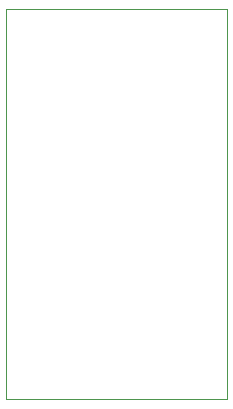
<source format=gbr>
G04 #@! TF.GenerationSoftware,KiCad,Pcbnew,8.0.3*
G04 #@! TF.CreationDate,2024-06-14T18:21:21-07:00*
G04 #@! TF.ProjectId,Keyboard,4b657962-6f61-4726-942e-6b696361645f,rev?*
G04 #@! TF.SameCoordinates,Original*
G04 #@! TF.FileFunction,Other,User*
%FSLAX46Y46*%
G04 Gerber Fmt 4.6, Leading zero omitted, Abs format (unit mm)*
G04 Created by KiCad (PCBNEW 8.0.3) date 2024-06-14 18:21:21*
%MOMM*%
%LPD*%
G01*
G04 APERTURE LIST*
%ADD10C,0.050000*%
G04 APERTURE END LIST*
D10*
G04 #@! TO.C,U1*
X68730000Y-196460000D02*
X87470000Y-196460000D01*
X68730000Y-229440000D02*
X68730000Y-196460000D01*
X87470000Y-196460000D02*
X87470000Y-229440000D01*
X87470000Y-229440000D02*
X68730000Y-229440000D01*
G04 #@! TD*
M02*

</source>
